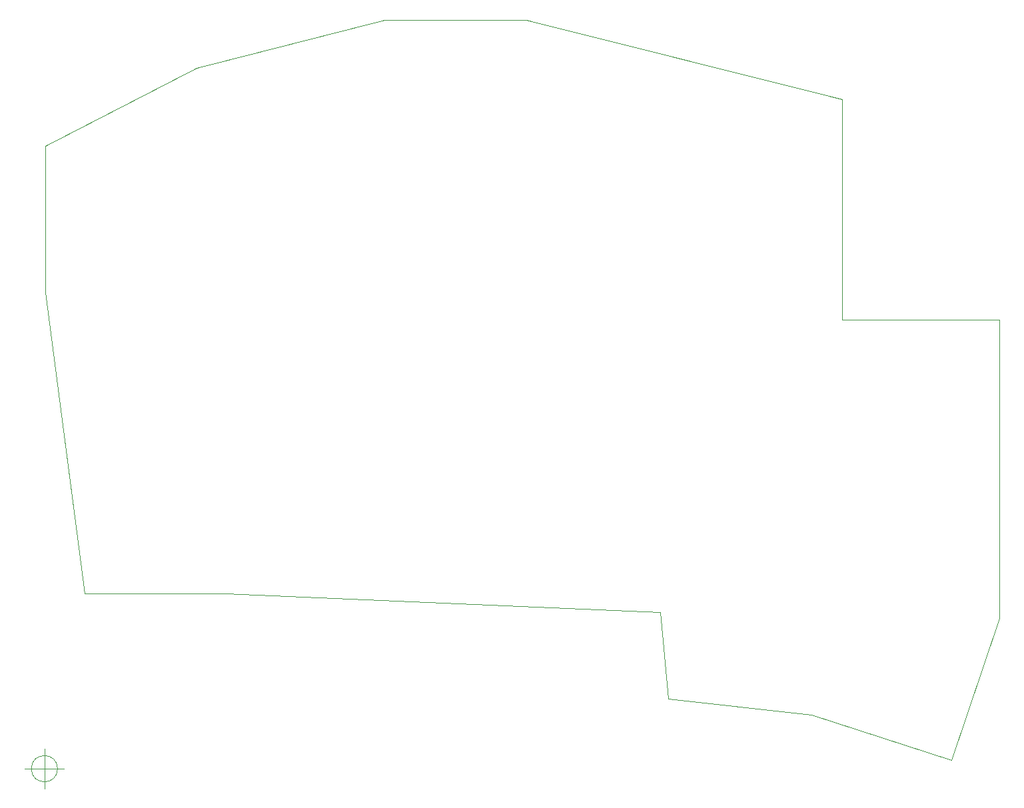
<source format=gm1>
%TF.GenerationSoftware,KiCad,Pcbnew,(6.0.8)*%
%TF.CreationDate,2022-10-28T13:13:08+09:00*%
%TF.ProjectId,selen-rev2,73656c65-6e2d-4726-9576-322e6b696361,rev?*%
%TF.SameCoordinates,Original*%
%TF.FileFunction,Profile,NP*%
%FSLAX46Y46*%
G04 Gerber Fmt 4.6, Leading zero omitted, Abs format (unit mm)*
G04 Created by KiCad (PCBNEW (6.0.8)) date 2022-10-28 13:13:08*
%MOMM*%
%LPD*%
G01*
G04 APERTURE LIST*
%TA.AperFunction,Profile*%
%ADD10C,0.100000*%
%TD*%
G04 APERTURE END LIST*
D10*
X192100000Y-64928000D02*
X192100000Y-92900000D01*
X212100000Y-92900000D01*
X212100000Y-130827199D01*
X206004000Y-148861199D01*
X188224000Y-143178000D01*
X170000000Y-141100000D01*
X169000000Y-130100000D01*
X113800000Y-127700000D01*
X95858000Y-127698000D01*
X90850000Y-89428000D01*
X90837500Y-70865500D01*
X110082000Y-60896000D01*
X133975000Y-54800000D01*
X151992000Y-54800000D01*
X192100000Y-64928000D01*
X92416666Y-150000000D02*
G75*
G03*
X92416666Y-150000000I-1666666J0D01*
G01*
X88250000Y-150000000D02*
X93250000Y-150000000D01*
X90750000Y-147500000D02*
X90750000Y-152500000D01*
M02*

</source>
